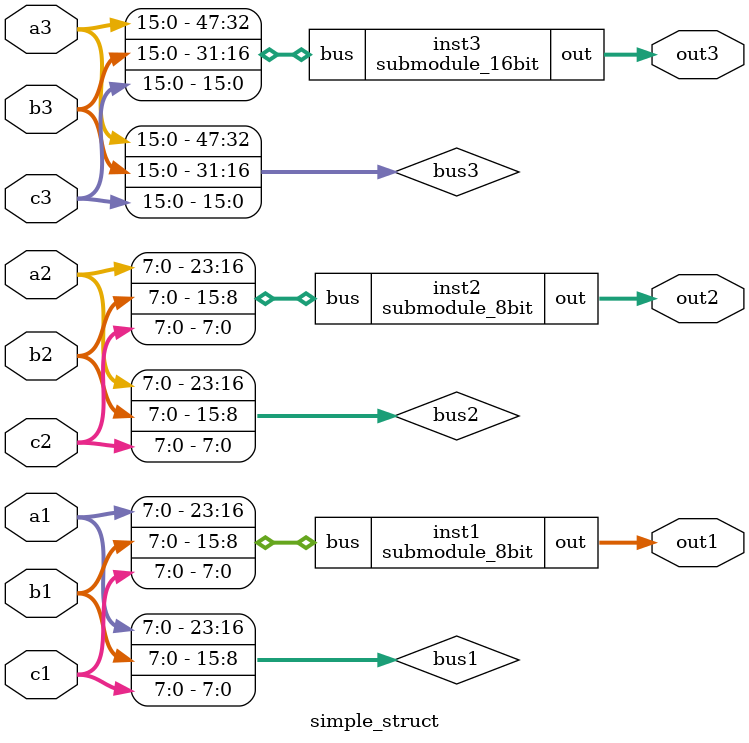
<source format=sv>
typedef struct packed {
    logic [7:0] a;
    logic [7:0] b;
    logic [7:0] c;
} data_bus_8bit_t;

typedef struct packed {
    logic [15:0] a;
    logic [15:0] b;
    logic [15:0] c;
} data_bus_16bit_t;

module submodule_8bit (
    input  data_bus_8bit_t bus,
    output logic [7:0] out
);
    // Bitwise AND of three signals from struct
    assign out = bus.a & bus.b & bus.c;
endmodule

module submodule_16bit (
    input  data_bus_16bit_t bus,
    output logic [15:0] out
);
    // Bitwise AND of three signals from struct
    assign out = bus.a & bus.b & bus.c;
endmodule

module simple_struct (
    input  logic [7:0]  a1, b1, c1,
    input  logic [7:0]  a2, b2, c2,
    input  logic [15:0] a3, b3, c3,
    output logic [7:0]  out1,
    output logic [7:0]  out2,
    output logic [15:0] out3
);

    // Create struct instances
    data_bus_8bit_t  bus1;
    data_bus_8bit_t  bus2;
    data_bus_16bit_t bus3;
    
    // Connect inputs to struct members
    always_comb begin
        bus1.a = a1;
        bus1.b = b1;
        bus1.c = c1;
        
        bus2.a = a2;
        bus2.b = b2;
        bus2.c = c2;
        
        bus3.a = a3;
        bus3.b = b3;
        bus3.c = c3;
    end

    // First instance using 8-bit struct
    submodule_8bit inst1 (
        .bus(bus1),
        .out(out1)
    );

    // Second instance using 8-bit struct
    submodule_8bit inst2 (
        .bus(bus2),
        .out(out2)
    );

    // Third instance using 16-bit struct
    submodule_16bit inst3 (
        .bus(bus3),
        .out(out3)
    );

endmodule
</source>
